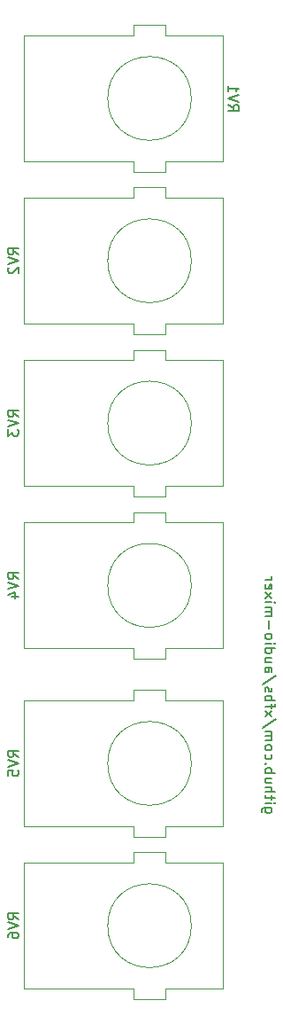
<source format=gbr>
G04 #@! TF.GenerationSoftware,KiCad,Pcbnew,(5.1.4-0-10_14)*
G04 #@! TF.CreationDate,2019-11-13T23:07:46+01:00*
G04 #@! TF.ProjectId,audio-mixer,61756469-6f2d-46d6-9978-65722e6b6963,rev?*
G04 #@! TF.SameCoordinates,Original*
G04 #@! TF.FileFunction,Legend,Bot*
G04 #@! TF.FilePolarity,Positive*
%FSLAX46Y46*%
G04 Gerber Fmt 4.6, Leading zero omitted, Abs format (unit mm)*
G04 Created by KiCad (PCBNEW (5.1.4-0-10_14)) date 2019-11-13 23:07:46*
%MOMM*%
%LPD*%
G04 APERTURE LIST*
%ADD10C,0.150000*%
%ADD11C,0.120000*%
G04 APERTURE END LIST*
D10*
X131714285Y-93761904D02*
X130904761Y-93761904D01*
X130809523Y-93809523D01*
X130761904Y-93857142D01*
X130714285Y-93952380D01*
X130714285Y-94095238D01*
X130761904Y-94190476D01*
X131095238Y-93761904D02*
X131047619Y-93857142D01*
X131047619Y-94047619D01*
X131095238Y-94142857D01*
X131142857Y-94190476D01*
X131238095Y-94238095D01*
X131523809Y-94238095D01*
X131619047Y-94190476D01*
X131666666Y-94142857D01*
X131714285Y-94047619D01*
X131714285Y-93857142D01*
X131666666Y-93761904D01*
X131047619Y-93285714D02*
X131714285Y-93285714D01*
X132047619Y-93285714D02*
X132000000Y-93333333D01*
X131952380Y-93285714D01*
X132000000Y-93238095D01*
X132047619Y-93285714D01*
X131952380Y-93285714D01*
X131714285Y-92952380D02*
X131714285Y-92571428D01*
X132047619Y-92809523D02*
X131190476Y-92809523D01*
X131095238Y-92761904D01*
X131047619Y-92666666D01*
X131047619Y-92571428D01*
X131047619Y-92238095D02*
X132047619Y-92238095D01*
X131047619Y-91809523D02*
X131571428Y-91809523D01*
X131666666Y-91857142D01*
X131714285Y-91952380D01*
X131714285Y-92095238D01*
X131666666Y-92190476D01*
X131619047Y-92238095D01*
X131714285Y-90904761D02*
X131047619Y-90904761D01*
X131714285Y-91333333D02*
X131190476Y-91333333D01*
X131095238Y-91285714D01*
X131047619Y-91190476D01*
X131047619Y-91047619D01*
X131095238Y-90952380D01*
X131142857Y-90904761D01*
X131047619Y-90428571D02*
X132047619Y-90428571D01*
X131666666Y-90428571D02*
X131714285Y-90333333D01*
X131714285Y-90142857D01*
X131666666Y-90047619D01*
X131619047Y-90000000D01*
X131523809Y-89952380D01*
X131238095Y-89952380D01*
X131142857Y-90000000D01*
X131095238Y-90047619D01*
X131047619Y-90142857D01*
X131047619Y-90333333D01*
X131095238Y-90428571D01*
X131142857Y-89523809D02*
X131095238Y-89476190D01*
X131047619Y-89523809D01*
X131095238Y-89571428D01*
X131142857Y-89523809D01*
X131047619Y-89523809D01*
X131095238Y-88619047D02*
X131047619Y-88714285D01*
X131047619Y-88904761D01*
X131095238Y-89000000D01*
X131142857Y-89047619D01*
X131238095Y-89095238D01*
X131523809Y-89095238D01*
X131619047Y-89047619D01*
X131666666Y-89000000D01*
X131714285Y-88904761D01*
X131714285Y-88714285D01*
X131666666Y-88619047D01*
X131047619Y-88047619D02*
X131095238Y-88142857D01*
X131142857Y-88190476D01*
X131238095Y-88238095D01*
X131523809Y-88238095D01*
X131619047Y-88190476D01*
X131666666Y-88142857D01*
X131714285Y-88047619D01*
X131714285Y-87904761D01*
X131666666Y-87809523D01*
X131619047Y-87761904D01*
X131523809Y-87714285D01*
X131238095Y-87714285D01*
X131142857Y-87761904D01*
X131095238Y-87809523D01*
X131047619Y-87904761D01*
X131047619Y-88047619D01*
X131047619Y-87285714D02*
X131714285Y-87285714D01*
X131619047Y-87285714D02*
X131666666Y-87238095D01*
X131714285Y-87142857D01*
X131714285Y-87000000D01*
X131666666Y-86904761D01*
X131571428Y-86857142D01*
X131047619Y-86857142D01*
X131571428Y-86857142D02*
X131666666Y-86809523D01*
X131714285Y-86714285D01*
X131714285Y-86571428D01*
X131666666Y-86476190D01*
X131571428Y-86428571D01*
X131047619Y-86428571D01*
X132095238Y-85238095D02*
X130809523Y-86095238D01*
X131047619Y-85000000D02*
X131714285Y-84476190D01*
X131714285Y-85000000D02*
X131047619Y-84476190D01*
X131714285Y-84238095D02*
X131714285Y-83857142D01*
X131047619Y-84095238D02*
X131904761Y-84095238D01*
X132000000Y-84047619D01*
X132047619Y-83952380D01*
X132047619Y-83857142D01*
X131047619Y-83523809D02*
X132047619Y-83523809D01*
X131666666Y-83523809D02*
X131714285Y-83428571D01*
X131714285Y-83238095D01*
X131666666Y-83142857D01*
X131619047Y-83095238D01*
X131523809Y-83047619D01*
X131238095Y-83047619D01*
X131142857Y-83095238D01*
X131095238Y-83142857D01*
X131047619Y-83238095D01*
X131047619Y-83428571D01*
X131095238Y-83523809D01*
X131095238Y-82666666D02*
X131047619Y-82571428D01*
X131047619Y-82380952D01*
X131095238Y-82285714D01*
X131190476Y-82238095D01*
X131238095Y-82238095D01*
X131333333Y-82285714D01*
X131380952Y-82380952D01*
X131380952Y-82523809D01*
X131428571Y-82619047D01*
X131523809Y-82666666D01*
X131571428Y-82666666D01*
X131666666Y-82619047D01*
X131714285Y-82523809D01*
X131714285Y-82380952D01*
X131666666Y-82285714D01*
X132095238Y-81095238D02*
X130809523Y-81952380D01*
X131047619Y-80333333D02*
X131571428Y-80333333D01*
X131666666Y-80380952D01*
X131714285Y-80476190D01*
X131714285Y-80666666D01*
X131666666Y-80761904D01*
X131095238Y-80333333D02*
X131047619Y-80428571D01*
X131047619Y-80666666D01*
X131095238Y-80761904D01*
X131190476Y-80809523D01*
X131285714Y-80809523D01*
X131380952Y-80761904D01*
X131428571Y-80666666D01*
X131428571Y-80428571D01*
X131476190Y-80333333D01*
X131714285Y-79428571D02*
X131047619Y-79428571D01*
X131714285Y-79857142D02*
X131190476Y-79857142D01*
X131095238Y-79809523D01*
X131047619Y-79714285D01*
X131047619Y-79571428D01*
X131095238Y-79476190D01*
X131142857Y-79428571D01*
X131047619Y-78523809D02*
X132047619Y-78523809D01*
X131095238Y-78523809D02*
X131047619Y-78619047D01*
X131047619Y-78809523D01*
X131095238Y-78904761D01*
X131142857Y-78952380D01*
X131238095Y-79000000D01*
X131523809Y-79000000D01*
X131619047Y-78952380D01*
X131666666Y-78904761D01*
X131714285Y-78809523D01*
X131714285Y-78619047D01*
X131666666Y-78523809D01*
X131047619Y-78047619D02*
X131714285Y-78047619D01*
X132047619Y-78047619D02*
X132000000Y-78095238D01*
X131952380Y-78047619D01*
X132000000Y-78000000D01*
X132047619Y-78047619D01*
X131952380Y-78047619D01*
X131047619Y-77428571D02*
X131095238Y-77523809D01*
X131142857Y-77571428D01*
X131238095Y-77619047D01*
X131523809Y-77619047D01*
X131619047Y-77571428D01*
X131666666Y-77523809D01*
X131714285Y-77428571D01*
X131714285Y-77285714D01*
X131666666Y-77190476D01*
X131619047Y-77142857D01*
X131523809Y-77095238D01*
X131238095Y-77095238D01*
X131142857Y-77142857D01*
X131095238Y-77190476D01*
X131047619Y-77285714D01*
X131047619Y-77428571D01*
X131428571Y-76666666D02*
X131428571Y-75904761D01*
X131047619Y-75428571D02*
X131714285Y-75428571D01*
X131619047Y-75428571D02*
X131666666Y-75380952D01*
X131714285Y-75285714D01*
X131714285Y-75142857D01*
X131666666Y-75047619D01*
X131571428Y-75000000D01*
X131047619Y-75000000D01*
X131571428Y-75000000D02*
X131666666Y-74952380D01*
X131714285Y-74857142D01*
X131714285Y-74714285D01*
X131666666Y-74619047D01*
X131571428Y-74571428D01*
X131047619Y-74571428D01*
X131047619Y-74095238D02*
X131714285Y-74095238D01*
X132047619Y-74095238D02*
X132000000Y-74142857D01*
X131952380Y-74095238D01*
X132000000Y-74047619D01*
X132047619Y-74095238D01*
X131952380Y-74095238D01*
X131047619Y-73714285D02*
X131714285Y-73190476D01*
X131714285Y-73714285D02*
X131047619Y-73190476D01*
X131095238Y-72428571D02*
X131047619Y-72523809D01*
X131047619Y-72714285D01*
X131095238Y-72809523D01*
X131190476Y-72857142D01*
X131571428Y-72857142D01*
X131666666Y-72809523D01*
X131714285Y-72714285D01*
X131714285Y-72523809D01*
X131666666Y-72428571D01*
X131571428Y-72380952D01*
X131476190Y-72380952D01*
X131380952Y-72857142D01*
X131047619Y-71952380D02*
X131714285Y-71952380D01*
X131523809Y-71952380D02*
X131619047Y-71904761D01*
X131666666Y-71857142D01*
X131714285Y-71761904D01*
X131714285Y-71666666D01*
D11*
X118500000Y-48500000D02*
X118500000Y-47500000D01*
X121500000Y-48500000D02*
X118500000Y-48500000D01*
X121500000Y-47500000D02*
X121500000Y-48500000D01*
X127000000Y-47500000D02*
X121500000Y-47500000D01*
X121500000Y-35500000D02*
X127000000Y-35500000D01*
X121500000Y-34500000D02*
X121500000Y-35500000D01*
X118500000Y-34500000D02*
X121500000Y-34500000D01*
X118500000Y-35500000D02*
X118500000Y-34500000D01*
X124000000Y-41500000D02*
G75*
G03X124000000Y-41500000I-4000000J0D01*
G01*
X108000000Y-47500000D02*
X118500000Y-47500000D01*
X108000000Y-35500000D02*
X108000000Y-47500000D01*
X118500000Y-35500000D02*
X108000000Y-35500000D01*
X127000000Y-47500000D02*
X127000000Y-35500000D01*
X118500000Y-112000000D02*
X118500000Y-111000000D01*
X121500000Y-112000000D02*
X118500000Y-112000000D01*
X121500000Y-111000000D02*
X121500000Y-112000000D01*
X127000000Y-111000000D02*
X121500000Y-111000000D01*
X121500000Y-99000000D02*
X127000000Y-99000000D01*
X121500000Y-98000000D02*
X121500000Y-99000000D01*
X118500000Y-98000000D02*
X121500000Y-98000000D01*
X118500000Y-99000000D02*
X118500000Y-98000000D01*
X124000000Y-105000000D02*
G75*
G03X124000000Y-105000000I-4000000J0D01*
G01*
X108000000Y-111000000D02*
X118500000Y-111000000D01*
X108000000Y-99000000D02*
X108000000Y-111000000D01*
X118500000Y-99000000D02*
X108000000Y-99000000D01*
X127000000Y-111000000D02*
X127000000Y-99000000D01*
X118500000Y-96500000D02*
X118500000Y-95500000D01*
X121500000Y-96500000D02*
X118500000Y-96500000D01*
X121500000Y-95500000D02*
X121500000Y-96500000D01*
X127000000Y-95500000D02*
X121500000Y-95500000D01*
X121500000Y-83500000D02*
X127000000Y-83500000D01*
X121500000Y-82500000D02*
X121500000Y-83500000D01*
X118500000Y-82500000D02*
X121500000Y-82500000D01*
X118500000Y-83500000D02*
X118500000Y-82500000D01*
X124000000Y-89500000D02*
G75*
G03X124000000Y-89500000I-4000000J0D01*
G01*
X108000000Y-95500000D02*
X118500000Y-95500000D01*
X108000000Y-83500000D02*
X108000000Y-95500000D01*
X118500000Y-83500000D02*
X108000000Y-83500000D01*
X127000000Y-95500000D02*
X127000000Y-83500000D01*
X118500000Y-79500000D02*
X118500000Y-78500000D01*
X121500000Y-79500000D02*
X118500000Y-79500000D01*
X121500000Y-78500000D02*
X121500000Y-79500000D01*
X127000000Y-78500000D02*
X121500000Y-78500000D01*
X121500000Y-66500000D02*
X127000000Y-66500000D01*
X121500000Y-65500000D02*
X121500000Y-66500000D01*
X118500000Y-65500000D02*
X121500000Y-65500000D01*
X118500000Y-66500000D02*
X118500000Y-65500000D01*
X124000000Y-72500000D02*
G75*
G03X124000000Y-72500000I-4000000J0D01*
G01*
X108000000Y-78500000D02*
X118500000Y-78500000D01*
X108000000Y-66500000D02*
X108000000Y-78500000D01*
X118500000Y-66500000D02*
X108000000Y-66500000D01*
X127000000Y-78500000D02*
X127000000Y-66500000D01*
X118500000Y-64000000D02*
X118500000Y-63000000D01*
X121500000Y-64000000D02*
X118500000Y-64000000D01*
X121500000Y-63000000D02*
X121500000Y-64000000D01*
X127000000Y-63000000D02*
X121500000Y-63000000D01*
X121500000Y-51000000D02*
X127000000Y-51000000D01*
X121500000Y-50000000D02*
X121500000Y-51000000D01*
X118500000Y-50000000D02*
X121500000Y-50000000D01*
X118500000Y-51000000D02*
X118500000Y-50000000D01*
X124000000Y-57000000D02*
G75*
G03X124000000Y-57000000I-4000000J0D01*
G01*
X108000000Y-63000000D02*
X118500000Y-63000000D01*
X108000000Y-51000000D02*
X108000000Y-63000000D01*
X118500000Y-51000000D02*
X108000000Y-51000000D01*
X127000000Y-63000000D02*
X127000000Y-51000000D01*
X118500000Y-33000000D02*
X118500000Y-32000000D01*
X121500000Y-33000000D02*
X118500000Y-33000000D01*
X121500000Y-32000000D02*
X121500000Y-33000000D01*
X127000000Y-32000000D02*
X121500000Y-32000000D01*
X121500000Y-20000000D02*
X127000000Y-20000000D01*
X121500000Y-19000000D02*
X121500000Y-20000000D01*
X118500000Y-19000000D02*
X121500000Y-19000000D01*
X118500000Y-20000000D02*
X118500000Y-19000000D01*
X124000000Y-26000000D02*
G75*
G03X124000000Y-26000000I-4000000J0D01*
G01*
X108000000Y-32000000D02*
X118500000Y-32000000D01*
X108000000Y-20000000D02*
X108000000Y-32000000D01*
X118500000Y-20000000D02*
X108000000Y-20000000D01*
X127000000Y-32000000D02*
X127000000Y-20000000D01*
D10*
X107452380Y-40904761D02*
X106976190Y-40571428D01*
X107452380Y-40333333D02*
X106452380Y-40333333D01*
X106452380Y-40714285D01*
X106500000Y-40809523D01*
X106547619Y-40857142D01*
X106642857Y-40904761D01*
X106785714Y-40904761D01*
X106880952Y-40857142D01*
X106928571Y-40809523D01*
X106976190Y-40714285D01*
X106976190Y-40333333D01*
X106452380Y-41190476D02*
X107452380Y-41523809D01*
X106452380Y-41857142D01*
X106547619Y-42142857D02*
X106500000Y-42190476D01*
X106452380Y-42285714D01*
X106452380Y-42523809D01*
X106500000Y-42619047D01*
X106547619Y-42666666D01*
X106642857Y-42714285D01*
X106738095Y-42714285D01*
X106880952Y-42666666D01*
X107452380Y-42095238D01*
X107452380Y-42714285D01*
X107452380Y-104404761D02*
X106976190Y-104071428D01*
X107452380Y-103833333D02*
X106452380Y-103833333D01*
X106452380Y-104214285D01*
X106500000Y-104309523D01*
X106547619Y-104357142D01*
X106642857Y-104404761D01*
X106785714Y-104404761D01*
X106880952Y-104357142D01*
X106928571Y-104309523D01*
X106976190Y-104214285D01*
X106976190Y-103833333D01*
X106452380Y-104690476D02*
X107452380Y-105023809D01*
X106452380Y-105357142D01*
X106452380Y-106119047D02*
X106452380Y-105928571D01*
X106500000Y-105833333D01*
X106547619Y-105785714D01*
X106690476Y-105690476D01*
X106880952Y-105642857D01*
X107261904Y-105642857D01*
X107357142Y-105690476D01*
X107404761Y-105738095D01*
X107452380Y-105833333D01*
X107452380Y-106023809D01*
X107404761Y-106119047D01*
X107357142Y-106166666D01*
X107261904Y-106214285D01*
X107023809Y-106214285D01*
X106928571Y-106166666D01*
X106880952Y-106119047D01*
X106833333Y-106023809D01*
X106833333Y-105833333D01*
X106880952Y-105738095D01*
X106928571Y-105690476D01*
X107023809Y-105642857D01*
X107452380Y-88904761D02*
X106976190Y-88571428D01*
X107452380Y-88333333D02*
X106452380Y-88333333D01*
X106452380Y-88714285D01*
X106500000Y-88809523D01*
X106547619Y-88857142D01*
X106642857Y-88904761D01*
X106785714Y-88904761D01*
X106880952Y-88857142D01*
X106928571Y-88809523D01*
X106976190Y-88714285D01*
X106976190Y-88333333D01*
X106452380Y-89190476D02*
X107452380Y-89523809D01*
X106452380Y-89857142D01*
X106452380Y-90666666D02*
X106452380Y-90190476D01*
X106928571Y-90142857D01*
X106880952Y-90190476D01*
X106833333Y-90285714D01*
X106833333Y-90523809D01*
X106880952Y-90619047D01*
X106928571Y-90666666D01*
X107023809Y-90714285D01*
X107261904Y-90714285D01*
X107357142Y-90666666D01*
X107404761Y-90619047D01*
X107452380Y-90523809D01*
X107452380Y-90285714D01*
X107404761Y-90190476D01*
X107357142Y-90142857D01*
X107452380Y-71904761D02*
X106976190Y-71571428D01*
X107452380Y-71333333D02*
X106452380Y-71333333D01*
X106452380Y-71714285D01*
X106500000Y-71809523D01*
X106547619Y-71857142D01*
X106642857Y-71904761D01*
X106785714Y-71904761D01*
X106880952Y-71857142D01*
X106928571Y-71809523D01*
X106976190Y-71714285D01*
X106976190Y-71333333D01*
X106452380Y-72190476D02*
X107452380Y-72523809D01*
X106452380Y-72857142D01*
X106785714Y-73619047D02*
X107452380Y-73619047D01*
X106404761Y-73380952D02*
X107119047Y-73142857D01*
X107119047Y-73761904D01*
X107452380Y-56404761D02*
X106976190Y-56071428D01*
X107452380Y-55833333D02*
X106452380Y-55833333D01*
X106452380Y-56214285D01*
X106500000Y-56309523D01*
X106547619Y-56357142D01*
X106642857Y-56404761D01*
X106785714Y-56404761D01*
X106880952Y-56357142D01*
X106928571Y-56309523D01*
X106976190Y-56214285D01*
X106976190Y-55833333D01*
X106452380Y-56690476D02*
X107452380Y-57023809D01*
X106452380Y-57357142D01*
X106452380Y-57595238D02*
X106452380Y-58214285D01*
X106833333Y-57880952D01*
X106833333Y-58023809D01*
X106880952Y-58119047D01*
X106928571Y-58166666D01*
X107023809Y-58214285D01*
X107261904Y-58214285D01*
X107357142Y-58166666D01*
X107404761Y-58119047D01*
X107452380Y-58023809D01*
X107452380Y-57738095D01*
X107404761Y-57642857D01*
X107357142Y-57595238D01*
X127547619Y-26595238D02*
X128023809Y-26928571D01*
X127547619Y-27166666D02*
X128547619Y-27166666D01*
X128547619Y-26785714D01*
X128500000Y-26690476D01*
X128452380Y-26642857D01*
X128357142Y-26595238D01*
X128214285Y-26595238D01*
X128119047Y-26642857D01*
X128071428Y-26690476D01*
X128023809Y-26785714D01*
X128023809Y-27166666D01*
X128547619Y-26309523D02*
X127547619Y-25976190D01*
X128547619Y-25642857D01*
X127547619Y-24785714D02*
X127547619Y-25357142D01*
X127547619Y-25071428D02*
X128547619Y-25071428D01*
X128404761Y-25166666D01*
X128309523Y-25261904D01*
X128261904Y-25357142D01*
M02*

</source>
